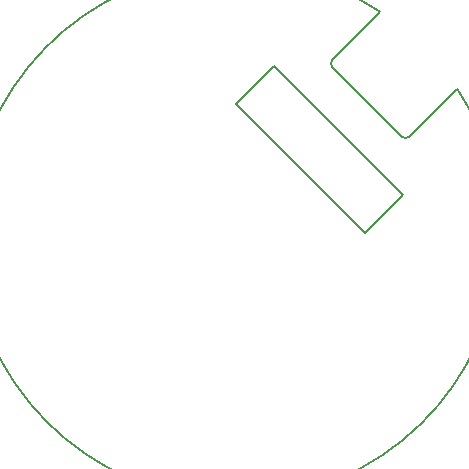
<source format=gbr>
%TF.GenerationSoftware,KiCad,Pcbnew,(6.0.8)*%
%TF.CreationDate,2022-10-29T03:41:05+02:00*%
%TF.ProjectId,view_base,76696577-5f62-4617-9365-2e6b69636164,rev?*%
%TF.SameCoordinates,Original*%
%TF.FileFunction,Profile,NP*%
%FSLAX46Y46*%
G04 Gerber Fmt 4.6, Leading zero omitted, Abs format (unit mm)*
G04 Created by KiCad (PCBNEW (6.0.8)) date 2022-10-29 03:41:05*
%MOMM*%
%LPD*%
G01*
G04 APERTURE LIST*
%TA.AperFunction,Profile*%
%ADD10C,0.200000*%
%TD*%
G04 APERTURE END LIST*
D10*
X111000000Y-47900000D02*
X100100000Y-37000000D01*
X114200000Y-44700000D02*
X111000000Y-47900000D01*
X100100000Y-37000000D02*
X103300000Y-33800000D01*
X112308040Y-29158294D02*
G75*
G03*
X118841706Y-35691959I-12302690J-18836356D01*
G01*
X103300000Y-33800000D02*
X114200000Y-44700000D01*
%TO.C,J2*%
X118841707Y-35691959D02*
X114811199Y-39722468D01*
X114104092Y-39722468D02*
X108277532Y-33895908D01*
X112308041Y-29158293D02*
X108277532Y-33188801D01*
X114104091Y-39722469D02*
G75*
G03*
X114811199Y-39722468I353554J353556D01*
G01*
X108277533Y-33188802D02*
G75*
G03*
X108277532Y-33895908I353552J-353553D01*
G01*
%TD*%
M02*

</source>
